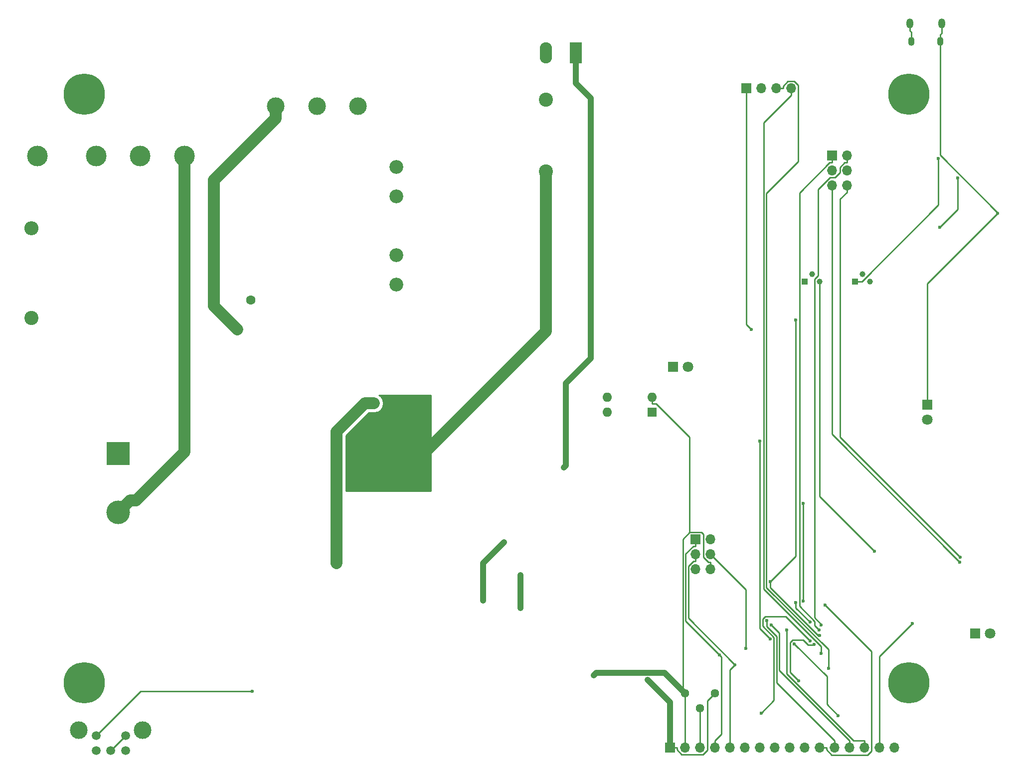
<source format=gbr>
G04 #@! TF.FileFunction,Copper,L2,Bot,Signal*
%FSLAX46Y46*%
G04 Gerber Fmt 4.6, Leading zero omitted, Abs format (unit mm)*
G04 Created by KiCad (PCBNEW 4.0.6) date Fri Jun  2 22:43:18 2017*
%MOMM*%
%LPD*%
G01*
G04 APERTURE LIST*
%ADD10C,0.100000*%
%ADD11C,3.000000*%
%ADD12R,4.000000X4.000000*%
%ADD13C,4.000000*%
%ADD14R,1.800000X1.800000*%
%ADD15C,1.800000*%
%ADD16C,3.500000*%
%ADD17R,1.700000X1.700000*%
%ADD18O,1.700000X1.700000*%
%ADD19C,2.350000*%
%ADD20R,2.100000X3.600000*%
%ADD21O,2.100000X3.600000*%
%ADD22O,1.100000X1.500000*%
%ADD23O,1.200000X1.700000*%
%ADD24C,2.400000*%
%ADD25C,1.000000*%
%ADD26R,1.000000X1.000000*%
%ADD27O,2.400000X2.400000*%
%ADD28C,1.600000*%
%ADD29C,1.440000*%
%ADD30R,1.600000X1.600000*%
%ADD31O,1.600000X1.600000*%
%ADD32C,1.500000*%
%ADD33C,7.000000*%
%ADD34C,0.600000*%
%ADD35C,1.200000*%
%ADD36C,1.000000*%
%ADD37C,2.000000*%
%ADD38C,0.250000*%
%ADD39C,0.254000*%
G04 APERTURE END LIST*
D10*
D11*
X107000000Y-44000000D03*
X114000000Y-44000000D03*
X121000000Y-44000000D03*
D12*
X80264000Y-103030000D03*
D13*
X80264000Y-113030000D03*
D14*
X225806000Y-133604000D03*
D15*
X228346000Y-133604000D03*
D16*
X91500000Y-52500000D03*
X84000000Y-52500000D03*
X76500000Y-52500000D03*
X66500000Y-52500000D03*
D14*
X174505000Y-88352500D03*
D15*
X177045000Y-88352500D03*
D14*
X217678000Y-94742000D03*
D15*
X217678000Y-97282000D03*
D17*
X173980000Y-153000000D03*
D18*
X176520000Y-153000000D03*
X179060000Y-153000000D03*
X181600000Y-153000000D03*
X184140000Y-153000000D03*
X186680000Y-153000000D03*
X189220000Y-153000000D03*
X191760000Y-153000000D03*
X194300000Y-153000000D03*
X196840000Y-153000000D03*
X199380000Y-153000000D03*
X201920000Y-153000000D03*
X204460000Y-153000000D03*
X207000000Y-153000000D03*
X209540000Y-153000000D03*
X212080000Y-153000000D03*
D19*
X127508000Y-59342000D03*
X127508000Y-54342000D03*
X127508000Y-69342000D03*
X127508000Y-74342000D03*
D20*
X158000000Y-35000000D03*
D21*
X152920000Y-35000000D03*
D17*
X178308000Y-117602000D03*
D18*
X180848000Y-117602000D03*
X178308000Y-120142000D03*
X180848000Y-120142000D03*
X178308000Y-122682000D03*
X180848000Y-122682000D03*
D22*
X219840000Y-33000000D03*
X215000000Y-33000000D03*
D23*
X220150000Y-30000000D03*
X214690000Y-30000000D03*
D17*
X201460000Y-52460000D03*
D18*
X204000000Y-52460000D03*
X201460000Y-55000000D03*
X204000000Y-55000000D03*
X201460000Y-57540000D03*
X204000000Y-57540000D03*
D17*
X186920000Y-41000000D03*
D18*
X189460000Y-41000000D03*
X192000000Y-41000000D03*
X194540000Y-41000000D03*
D24*
X152908000Y-42918000D03*
X152908000Y-55118000D03*
D25*
X206648000Y-72530000D03*
X207918000Y-73800000D03*
D26*
X205378000Y-73800000D03*
D25*
X198108000Y-72530000D03*
X199378000Y-73800000D03*
D26*
X196838000Y-73800000D03*
D24*
X65532000Y-80010000D03*
D27*
X65532000Y-64770000D03*
D28*
X100500000Y-82000000D03*
X102800000Y-77000000D03*
D29*
X181610000Y-143764000D03*
X179070000Y-146304000D03*
X176530000Y-143764000D03*
D30*
X170942000Y-96012000D03*
D31*
X163322000Y-93472000D03*
X170942000Y-93472000D03*
X163322000Y-96012000D03*
D32*
X76500000Y-151000000D03*
X81500000Y-151000000D03*
X76500000Y-153500000D03*
X79000000Y-153500000D03*
X81500000Y-153500000D03*
D11*
X73600000Y-150000000D03*
X84400000Y-150000000D03*
D33*
X74500000Y-42000000D03*
D34*
X77125000Y-42000000D03*
X76356155Y-43856155D03*
X74500000Y-44625000D03*
X72643845Y-43856155D03*
X71875000Y-42000000D03*
X72643845Y-40143845D03*
X74500000Y-39375000D03*
X76356155Y-40143845D03*
D33*
X74500000Y-142000000D03*
D34*
X77125000Y-142000000D03*
X76356155Y-143856155D03*
X74500000Y-144625000D03*
X72643845Y-143856155D03*
X71875000Y-142000000D03*
X72643845Y-140143845D03*
X74500000Y-139375000D03*
X76356155Y-140143845D03*
D33*
X214500000Y-42000000D03*
D34*
X217125000Y-42000000D03*
X216356155Y-43856155D03*
X214500000Y-44625000D03*
X212643845Y-43856155D03*
X211875000Y-42000000D03*
X212643845Y-40143845D03*
X214500000Y-39375000D03*
X216356155Y-40143845D03*
D33*
X214500000Y-142000000D03*
D34*
X217125000Y-142000000D03*
X216356155Y-143856155D03*
X214500000Y-144625000D03*
X212643845Y-143856155D03*
X211875000Y-142000000D03*
X212643845Y-140143845D03*
X214500000Y-139375000D03*
X216356155Y-140143845D03*
X148590000Y-129286000D03*
X148590000Y-123698000D03*
X161036000Y-140716000D03*
X229642400Y-62249200D03*
X170180000Y-141478000D03*
X215118000Y-131954200D03*
X196602500Y-128074400D03*
X196602500Y-111500000D03*
X195350900Y-128327100D03*
X197784400Y-131688700D03*
X187783200Y-82000000D03*
X155956000Y-105410000D03*
X195848800Y-141661000D03*
X198437300Y-135475900D03*
X197806600Y-134873100D03*
X189437000Y-147180200D03*
X182390200Y-137261400D03*
X185014900Y-138923900D03*
X200341800Y-128804700D03*
X190369500Y-131380000D03*
X191191700Y-132180000D03*
X193797600Y-132980000D03*
X186853100Y-136180000D03*
X199398600Y-133939800D03*
X191022800Y-124795300D03*
X195322600Y-80375400D03*
X199317900Y-132980000D03*
X199671500Y-132180000D03*
X223199300Y-121481300D03*
X223280100Y-120677800D03*
X200912000Y-139555300D03*
X199671300Y-136980000D03*
X219532300Y-52927300D03*
X208708500Y-119650000D03*
X222865700Y-56236700D03*
X219754100Y-64648500D03*
X142240000Y-128016000D03*
X145796000Y-118110000D03*
X195081800Y-135380000D03*
X202536900Y-147574000D03*
X191002700Y-134580000D03*
X189205200Y-100944100D03*
D35*
X117348000Y-121666000D03*
X123703000Y-94493000D03*
D34*
X103045000Y-143473200D03*
D35*
X121000000Y-101000000D03*
X121000000Y-105000000D03*
X121000000Y-108000000D03*
X124500000Y-108000000D03*
X128000000Y-108000000D03*
X131500000Y-108000000D03*
X131500000Y-105000000D03*
X131500000Y-101000000D03*
X128000000Y-101000000D03*
X128000000Y-105000000D03*
X124500000Y-101000000D03*
X124500000Y-105000000D03*
X131572000Y-103632000D03*
D36*
X148590000Y-123698000D02*
X148590000Y-129286000D01*
D37*
X96520000Y-78020000D02*
X100500000Y-82000000D01*
X96520000Y-56601300D02*
X96520000Y-78020000D01*
X107000000Y-46121300D02*
X96520000Y-56601300D01*
X107000000Y-44000000D02*
X107000000Y-46121300D01*
D36*
X161335999Y-140416001D02*
X161036000Y-140716000D01*
X161474009Y-140277991D02*
X161335999Y-140416001D01*
X176530000Y-143764000D02*
X173043991Y-140277991D01*
X173043991Y-140277991D02*
X161474009Y-140277991D01*
D37*
X91500000Y-102810000D02*
X91500000Y-52500000D01*
X83280000Y-111030000D02*
X91500000Y-102810000D01*
X82264000Y-111030000D02*
X83280000Y-111030000D01*
X80264000Y-113030000D02*
X82264000Y-111030000D01*
D38*
X170942000Y-93472000D02*
X170942000Y-94597300D01*
X180848000Y-122530000D02*
X180848000Y-121506700D01*
X180848000Y-122530000D02*
X180848000Y-122682000D01*
X79000000Y-153500000D02*
X81500000Y-151000000D01*
X215000000Y-31485300D02*
X215000000Y-33000000D01*
X214690000Y-31175300D02*
X215000000Y-31485300D01*
X214690000Y-30000000D02*
X214690000Y-31175300D01*
X220150000Y-31614700D02*
X220150000Y-30000000D01*
X219840000Y-31924700D02*
X220150000Y-31614700D01*
X219840000Y-32893900D02*
X219840000Y-31924700D01*
X219840000Y-32893900D02*
X219840000Y-33000000D01*
X176520000Y-143774000D02*
X176530000Y-143764000D01*
X176520000Y-153000000D02*
X176520000Y-143774000D01*
X177289900Y-100241900D02*
X177289900Y-116426600D01*
X171645300Y-94597300D02*
X177289900Y-100241900D01*
X170942000Y-94597300D02*
X171645300Y-94597300D01*
X176142700Y-117573800D02*
X177289900Y-116426600D01*
X176142700Y-143376700D02*
X176142700Y-117573800D01*
X176530000Y-143764000D02*
X176142700Y-143376700D01*
X180480600Y-121506700D02*
X180848000Y-121506700D01*
X179672700Y-120698800D02*
X180480600Y-121506700D01*
X179672700Y-116798900D02*
X179672700Y-120698800D01*
X179300400Y-116426600D02*
X179672700Y-116798900D01*
X177289900Y-116426600D02*
X179300400Y-116426600D01*
X217678000Y-74213600D02*
X229642400Y-62249200D01*
X217678000Y-94742000D02*
X217678000Y-74213600D01*
X219840000Y-52326600D02*
X219840000Y-33000000D01*
X229642400Y-62129000D02*
X219840000Y-52326600D01*
X229642400Y-62249200D02*
X229642400Y-62129000D01*
D36*
X173980000Y-153000000D02*
X173980000Y-145278000D01*
X173980000Y-145278000D02*
X170180000Y-141478000D01*
D38*
X209540000Y-137532200D02*
X215118000Y-131954200D01*
X209540000Y-153000000D02*
X209540000Y-137532200D01*
X175155300Y-153367400D02*
X175155300Y-153000000D01*
X175963200Y-154175300D02*
X175155300Y-153367400D01*
X179552300Y-154175300D02*
X175963200Y-154175300D01*
X180330000Y-153397600D02*
X179552300Y-154175300D01*
X180330000Y-145044000D02*
X180330000Y-153397600D01*
X181610000Y-143764000D02*
X180330000Y-145044000D01*
X173980000Y-153000000D02*
X175155300Y-153000000D01*
X196602500Y-111500000D02*
X196602500Y-128074400D01*
X195350900Y-129255200D02*
X197784400Y-131688700D01*
X195350900Y-128327100D02*
X195350900Y-129255200D01*
X186920000Y-81136800D02*
X187783200Y-82000000D01*
X186920000Y-41000000D02*
X186920000Y-81136800D01*
D36*
X158000000Y-40144000D02*
X158000000Y-35000000D01*
X160528000Y-42672000D02*
X158000000Y-40144000D01*
X160528000Y-86868000D02*
X160528000Y-42672000D01*
X156256000Y-91140000D02*
X160528000Y-86868000D01*
X156256000Y-105110000D02*
X156256000Y-91140000D01*
X155956000Y-105410000D02*
X156256000Y-105110000D01*
D38*
X198353500Y-135559700D02*
X198437300Y-135475900D01*
X197399600Y-135559700D02*
X198353500Y-135559700D01*
X196563400Y-134723500D02*
X197399600Y-135559700D01*
X194852900Y-134723500D02*
X196563400Y-134723500D01*
X194426300Y-135150100D02*
X194852900Y-134723500D01*
X194426300Y-140238500D02*
X194426300Y-135150100D01*
X195848800Y-141661000D02*
X194426300Y-140238500D01*
X193658200Y-130724700D02*
X197806600Y-134873100D01*
X190122700Y-130724700D02*
X193658200Y-130724700D01*
X189702000Y-131145400D02*
X190122700Y-130724700D01*
X189702000Y-132376300D02*
X189702000Y-131145400D01*
X191628100Y-134302400D02*
X189702000Y-132376300D01*
X191628100Y-144989100D02*
X191628100Y-134302400D01*
X189437000Y-147180200D02*
X191628100Y-144989100D01*
X179060000Y-146314000D02*
X179060000Y-153000000D01*
X179070000Y-146304000D02*
X179060000Y-146314000D01*
X178308000Y-117602000D02*
X178308000Y-118777300D01*
X181600000Y-153000000D02*
X181600000Y-151824700D01*
X182708600Y-137579800D02*
X182390200Y-137261400D01*
X182708600Y-150716100D02*
X182708600Y-137579800D01*
X181600000Y-151824700D02*
X182708600Y-150716100D01*
X176633000Y-131504200D02*
X182390200Y-137261400D01*
X176633000Y-120085000D02*
X176633000Y-131504200D01*
X177940700Y-118777300D02*
X176633000Y-120085000D01*
X178308000Y-118777300D02*
X177940700Y-118777300D01*
X178308000Y-120142000D02*
X178308000Y-121317300D01*
X184140000Y-139798800D02*
X185014900Y-138923900D01*
X184140000Y-153000000D02*
X184140000Y-139798800D01*
X177940700Y-121317300D02*
X178308000Y-121317300D01*
X177083400Y-122174600D02*
X177940700Y-121317300D01*
X177083400Y-130992400D02*
X177083400Y-122174600D01*
X185014900Y-138923900D02*
X177083400Y-130992400D01*
X199380000Y-153000000D02*
X200555300Y-153000000D01*
X208181600Y-136644500D02*
X200341800Y-128804700D01*
X208181600Y-153556600D02*
X208181600Y-136644500D01*
X207503400Y-154234800D02*
X208181600Y-153556600D01*
X201422800Y-154234800D02*
X207503400Y-154234800D01*
X200555300Y-153367300D02*
X201422800Y-154234800D01*
X200555300Y-153000000D02*
X200555300Y-153367300D01*
X201920000Y-153000000D02*
X201920000Y-151824700D01*
X190369500Y-132389000D02*
X190369500Y-131380000D01*
X192078400Y-134097900D02*
X190369500Y-132389000D01*
X192078400Y-141983100D02*
X192078400Y-134097900D01*
X201920000Y-151824700D02*
X192078400Y-141983100D01*
X204460000Y-153000000D02*
X204460000Y-151824700D01*
X192528700Y-133517000D02*
X191191700Y-132180000D01*
X192528700Y-139893400D02*
X192528700Y-133517000D01*
X204460000Y-151824700D02*
X192528700Y-139893400D01*
X207000000Y-153000000D02*
X207000000Y-151824700D01*
X205128200Y-151824700D02*
X207000000Y-151824700D01*
X193797600Y-140494100D02*
X205128200Y-151824700D01*
X193797600Y-132980000D02*
X193797600Y-140494100D01*
X186853100Y-126147100D02*
X186853100Y-136180000D01*
X180848000Y-120142000D02*
X186853100Y-126147100D01*
X195322600Y-120495500D02*
X195322600Y-80375400D01*
X191022800Y-124795300D02*
X195322600Y-120495500D01*
X191022800Y-125811600D02*
X191022800Y-124795300D01*
X199151000Y-133939800D02*
X191022800Y-125811600D01*
X199398600Y-133939800D02*
X199151000Y-133939800D01*
X201460000Y-52460000D02*
X201460000Y-53635300D01*
X201092700Y-53635300D02*
X201460000Y-53635300D01*
X195976300Y-58751700D02*
X201092700Y-53635300D01*
X195976300Y-128996200D02*
X195976300Y-58751700D01*
X198557900Y-131577800D02*
X195976300Y-128996200D01*
X198557900Y-132220000D02*
X198557900Y-131577800D01*
X199317900Y-132980000D02*
X198557900Y-132220000D01*
X204000000Y-52460000D02*
X204000000Y-53635300D01*
X203632600Y-53635300D02*
X204000000Y-53635300D01*
X202824700Y-54443200D02*
X203632600Y-53635300D01*
X202824700Y-55336300D02*
X202824700Y-54443200D01*
X201985600Y-56175400D02*
X202824700Y-55336300D01*
X201123500Y-56175400D02*
X201985600Y-56175400D01*
X199126200Y-58172700D02*
X201123500Y-56175400D01*
X199126200Y-72781800D02*
X199126200Y-58172700D01*
X198530200Y-73377800D02*
X199126200Y-72781800D01*
X198530200Y-130913200D02*
X198530200Y-73377800D01*
X199671500Y-132054500D02*
X198530200Y-130913200D01*
X199671500Y-132180000D02*
X199671500Y-132054500D01*
X201460000Y-99742000D02*
X223199300Y-121481300D01*
X201460000Y-57540000D02*
X201460000Y-99742000D01*
X202891400Y-59823900D02*
X204000000Y-58715300D01*
X202891400Y-100289100D02*
X202891400Y-59823900D01*
X223280100Y-120677800D02*
X202891400Y-100289100D01*
X204000000Y-57540000D02*
X204000000Y-58715300D01*
X192000000Y-41000000D02*
X193175300Y-41000000D01*
X193175300Y-40632700D02*
X193175300Y-41000000D01*
X193988900Y-39819100D02*
X193175300Y-40632700D01*
X195026900Y-39819100D02*
X193988900Y-39819100D01*
X195717500Y-40509700D02*
X195026900Y-39819100D01*
X195717500Y-53468300D02*
X195717500Y-40509700D01*
X190365600Y-58820200D02*
X195717500Y-53468300D01*
X190365600Y-125791400D02*
X190365600Y-58820200D01*
X200912000Y-136337800D02*
X190365600Y-125791400D01*
X200912000Y-139555300D02*
X200912000Y-136337800D01*
X194540000Y-41000000D02*
X194540000Y-42175300D01*
X199671300Y-135813600D02*
X199671300Y-136980000D01*
X189915200Y-126057500D02*
X199671300Y-135813600D01*
X189915200Y-46800100D02*
X189915200Y-126057500D01*
X194540000Y-42175300D02*
X189915200Y-46800100D01*
X206568600Y-73800000D02*
X205378000Y-73800000D01*
X219532300Y-60836300D02*
X206568600Y-73800000D01*
X219532300Y-52927300D02*
X219532300Y-60836300D01*
X199378000Y-110319500D02*
X208708500Y-119650000D01*
X199378000Y-73800000D02*
X199378000Y-110319500D01*
X222865700Y-61536900D02*
X219754100Y-64648500D01*
X222865700Y-56236700D02*
X222865700Y-61536900D01*
D36*
X142240000Y-121666000D02*
X142240000Y-128016000D01*
X145796000Y-118110000D02*
X142240000Y-121666000D01*
D38*
X200627900Y-140926100D02*
X195081800Y-135380000D01*
X200627900Y-145665100D02*
X200627900Y-140926100D01*
X200628000Y-145665100D02*
X200627900Y-145665100D01*
X202536900Y-147574000D02*
X200628000Y-145665100D01*
X189205200Y-132782500D02*
X189205200Y-100944100D01*
X191002700Y-134580000D02*
X189205200Y-132782500D01*
D37*
X117348000Y-99314000D02*
X117348000Y-121666000D01*
X122169000Y-94493000D02*
X117348000Y-99314000D01*
X123703000Y-94493000D02*
X122169000Y-94493000D01*
D38*
X84026800Y-143473200D02*
X103045000Y-143473200D01*
X76500000Y-151000000D02*
X84026800Y-143473200D01*
X121000000Y-101000000D02*
X124500000Y-101000000D01*
X121000000Y-108000000D02*
X121000000Y-105000000D01*
X128000000Y-108000000D02*
X124500000Y-108000000D01*
X131500000Y-105000000D02*
X131500000Y-108000000D01*
X128000000Y-101000000D02*
X131500000Y-101000000D01*
D37*
X152908000Y-82296000D02*
X131572000Y-103632000D01*
X152908000Y-55118000D02*
X152908000Y-82296000D01*
D39*
G36*
X133373000Y-109373000D02*
X118983000Y-109373000D01*
X118983000Y-99991240D01*
X122846239Y-96128000D01*
X123703000Y-96128000D01*
X124328687Y-96003543D01*
X124859120Y-95649120D01*
X125213543Y-95118687D01*
X125338000Y-94493000D01*
X125213543Y-93867313D01*
X124859120Y-93336880D01*
X124545011Y-93127000D01*
X133373000Y-93127000D01*
X133373000Y-109373000D01*
X133373000Y-109373000D01*
G37*
X133373000Y-109373000D02*
X118983000Y-109373000D01*
X118983000Y-99991240D01*
X122846239Y-96128000D01*
X123703000Y-96128000D01*
X124328687Y-96003543D01*
X124859120Y-95649120D01*
X125213543Y-95118687D01*
X125338000Y-94493000D01*
X125213543Y-93867313D01*
X124859120Y-93336880D01*
X124545011Y-93127000D01*
X133373000Y-93127000D01*
X133373000Y-109373000D01*
M02*

</source>
